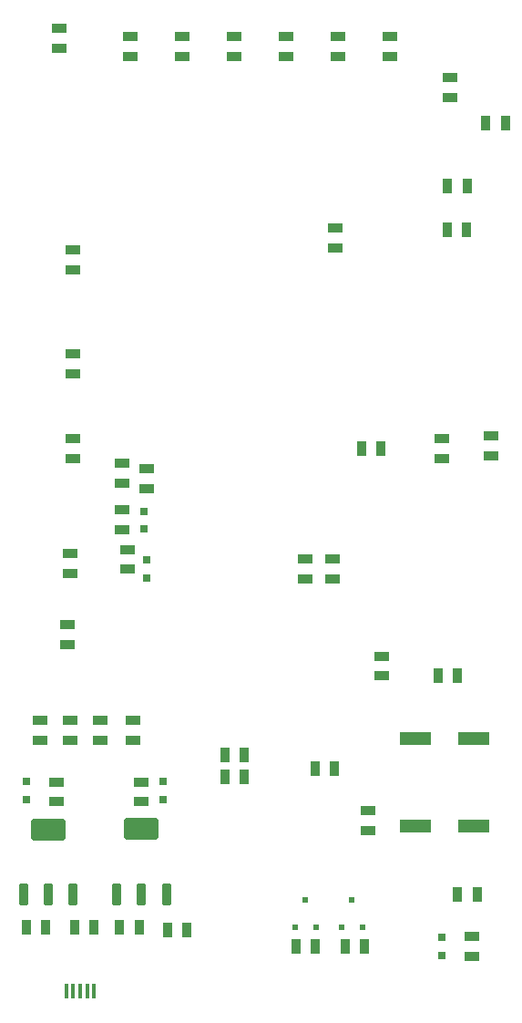
<source format=gbr>
%TF.GenerationSoftware,Altium Limited,Altium Designer,24.10.1 (45)*%
G04 Layer_Color=8421504*
%FSLAX25Y25*%
%MOIN*%
%TF.SameCoordinates,405BA738-95C1-4717-9A2A-605BB7F835F8*%
%TF.FilePolarity,Positive*%
%TF.FileFunction,Paste,Top*%
%TF.Part,Single*%
G01*
G75*
%TA.AperFunction,SMDPad,CuDef*%
%ADD12R,0.05300X0.03200*%
%ADD13R,0.03200X0.05300*%
%TA.AperFunction,ConnectorPad*%
%ADD14R,0.03200X0.05300*%
%ADD15R,0.01600X0.05300*%
%TA.AperFunction,SMDPad,CuDef*%
%ADD17R,0.03150X0.03150*%
G04:AMPARAMS|DCode=18|XSize=77.95mil|YSize=36.61mil|CornerRadius=4.58mil|HoleSize=0mil|Usage=FLASHONLY|Rotation=90.000|XOffset=0mil|YOffset=0mil|HoleType=Round|Shape=RoundedRectangle|*
%AMROUNDEDRECTD18*
21,1,0.07795,0.02746,0,0,90.0*
21,1,0.06880,0.03661,0,0,90.0*
1,1,0.00915,0.01373,0.03440*
1,1,0.00915,0.01373,-0.03440*
1,1,0.00915,-0.01373,-0.03440*
1,1,0.00915,-0.01373,0.03440*
%
%ADD18ROUNDEDRECTD18*%
G04:AMPARAMS|DCode=19|XSize=77.95mil|YSize=127.17mil|CornerRadius=9.74mil|HoleSize=0mil|Usage=FLASHONLY|Rotation=90.000|XOffset=0mil|YOffset=0mil|HoleType=Round|Shape=RoundedRectangle|*
%AMROUNDEDRECTD19*
21,1,0.07795,0.10768,0,0,90.0*
21,1,0.05847,0.12717,0,0,90.0*
1,1,0.01949,0.05384,0.02923*
1,1,0.01949,0.05384,-0.02923*
1,1,0.01949,-0.05384,-0.02923*
1,1,0.01949,-0.05384,0.02923*
%
%ADD19ROUNDEDRECTD19*%
%ADD20R,0.11800X0.04700*%
%ADD21R,0.02200X0.02400*%
D12*
X276000Y448450D02*
D03*
Y455550D02*
D03*
X246000Y187550D02*
D03*
Y180450D02*
D03*
X137000Y281550D02*
D03*
Y274450D02*
D03*
X284000Y141550D02*
D03*
Y134450D02*
D03*
X234000Y400550D02*
D03*
Y393450D02*
D03*
X159000Y463450D02*
D03*
Y470550D02*
D03*
X178000D02*
D03*
Y463450D02*
D03*
X216000Y470550D02*
D03*
Y463450D02*
D03*
X133000Y466450D02*
D03*
Y473550D02*
D03*
X197000Y470550D02*
D03*
Y463450D02*
D03*
X235000Y470550D02*
D03*
Y463450D02*
D03*
X254000Y470550D02*
D03*
Y463450D02*
D03*
X233000Y272450D02*
D03*
Y279550D02*
D03*
X165000Y305450D02*
D03*
Y312550D02*
D03*
X156000Y307450D02*
D03*
Y314550D02*
D03*
X136000Y255550D02*
D03*
Y248450D02*
D03*
X138000Y323550D02*
D03*
Y316450D02*
D03*
X156000Y297550D02*
D03*
Y290450D02*
D03*
X158000Y275900D02*
D03*
Y283000D02*
D03*
X138000Y354550D02*
D03*
Y347450D02*
D03*
X148000Y220550D02*
D03*
Y213450D02*
D03*
X160000D02*
D03*
Y220550D02*
D03*
X137000D02*
D03*
Y213450D02*
D03*
X126000Y220550D02*
D03*
Y213450D02*
D03*
X291000Y324550D02*
D03*
Y317450D02*
D03*
X273000Y323550D02*
D03*
Y316450D02*
D03*
X132000Y198100D02*
D03*
Y191000D02*
D03*
X251000Y244100D02*
D03*
Y237000D02*
D03*
X223000Y272450D02*
D03*
Y279550D02*
D03*
X163000Y198000D02*
D03*
Y190900D02*
D03*
X138000Y392550D02*
D03*
Y385450D02*
D03*
D13*
X296100Y439000D02*
D03*
X289000D02*
D03*
X200550Y208000D02*
D03*
X193450D02*
D03*
X271450Y237000D02*
D03*
X278550D02*
D03*
X243450Y320000D02*
D03*
X250550D02*
D03*
X193450Y200000D02*
D03*
X200550D02*
D03*
X274900Y400000D02*
D03*
X282000D02*
D03*
X282100Y416000D02*
D03*
X275000D02*
D03*
X237450Y138000D02*
D03*
X244550D02*
D03*
X219450D02*
D03*
X226550D02*
D03*
X138450Y145000D02*
D03*
X145550D02*
D03*
X172450Y144000D02*
D03*
X179550D02*
D03*
X162100Y145000D02*
D03*
X155000D02*
D03*
X128000D02*
D03*
X120900D02*
D03*
X226450Y203000D02*
D03*
X233550D02*
D03*
D14*
X285800Y157000D02*
D03*
X278700D02*
D03*
D15*
X145681Y121531D02*
D03*
X143122D02*
D03*
X140563D02*
D03*
X138004D02*
D03*
X135445D02*
D03*
D17*
X164000Y290502D02*
D03*
Y296998D02*
D03*
X273000Y134752D02*
D03*
Y141248D02*
D03*
X165000Y279248D02*
D03*
Y272752D02*
D03*
X171000Y191752D02*
D03*
Y198248D02*
D03*
X121000Y191752D02*
D03*
Y198248D02*
D03*
D18*
X153945Y157130D02*
D03*
X163000D02*
D03*
X172055D02*
D03*
X119890Y157000D02*
D03*
X128945D02*
D03*
X138000D02*
D03*
D19*
X163000Y180870D02*
D03*
X128945Y180740D02*
D03*
D20*
X263350Y214000D02*
D03*
X284650D02*
D03*
X263350Y182000D02*
D03*
X284650D02*
D03*
D21*
X223000Y154900D02*
D03*
X226740Y145100D02*
D03*
X219260D02*
D03*
X240000Y154900D02*
D03*
X243740Y145100D02*
D03*
X236260D02*
D03*
%TF.MD5,c8eac0e797067e95208cacc5d219ebba*%
M02*

</source>
